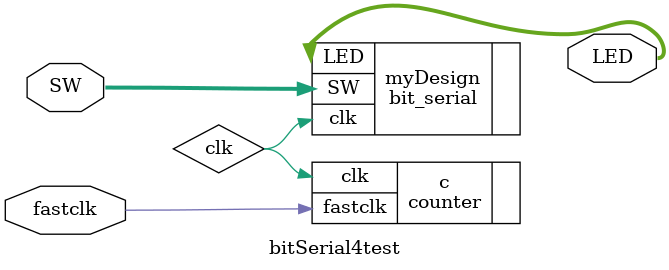
<source format=sv>
module bitSerial4test(
  input logic fastclk,  // 50MHz Altera DE0 clock
  input logic [9:0] SW, // Switches SW0..SW9
  output logic [7:0] LED); // LEDs
  
  logic clk; // slow clock, about 10Hz
  
  counter c (.fastclk(fastclk),.clk(clk)); // slow clk from counter
  
  // to obtain the cost figure, synthesise your design without the counter 
  // and the bitSerial4test module using Cyclone IV E as target
  // and make a note of the synthesis statistics
  bit_serial myDesign (.clk(clk), .SW(SW),.LED(LED));
  
endmodule  
</source>
